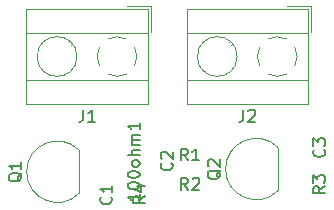
<source format=gbr>
G04 #@! TF.GenerationSoftware,KiCad,Pcbnew,(5.1.5)-3*
G04 #@! TF.CreationDate,2020-12-06T22:53:45+02:00*
G04 #@! TF.ProjectId,Single_transistor_AMP,53696e67-6c65-45f7-9472-616e73697374,V1.0*
G04 #@! TF.SameCoordinates,Original*
G04 #@! TF.FileFunction,Legend,Top*
G04 #@! TF.FilePolarity,Positive*
%FSLAX46Y46*%
G04 Gerber Fmt 4.6, Leading zero omitted, Abs format (unit mm)*
G04 Created by KiCad (PCBNEW (5.1.5)-3) date 2020-12-06 22:53:45*
%MOMM*%
%LPD*%
G04 APERTURE LIST*
%ADD10C,0.120000*%
%ADD11C,0.150000*%
G04 APERTURE END LIST*
D10*
X156397478Y-112245622D02*
G75*
G03X151959000Y-114084100I-1838478J-1838478D01*
G01*
X156397478Y-115922578D02*
G75*
G02X151959000Y-114084100I-1838478J1838478D01*
G01*
X156409000Y-115884100D02*
X156409000Y-112284100D01*
X139557278Y-112474222D02*
G75*
G03X135118800Y-114312700I-1838478J-1838478D01*
G01*
X139557278Y-116151178D02*
G75*
G02X135118800Y-114312700I-1838478J1838478D01*
G01*
X139568800Y-116112700D02*
X139568800Y-112512700D01*
X159177000Y-100259100D02*
X157177000Y-100259100D01*
X159177000Y-102499100D02*
X159177000Y-100259100D01*
X152437000Y-103583100D02*
X152531000Y-103490100D01*
X150187000Y-105834100D02*
X150246000Y-105775100D01*
X152267000Y-103343100D02*
X152326000Y-103285100D01*
X149982000Y-105628100D02*
X150076000Y-105535100D01*
X148657000Y-108619100D02*
X148657000Y-100499100D01*
X158937000Y-108619100D02*
X158937000Y-100499100D01*
X158937000Y-100499100D02*
X148657000Y-100499100D01*
X158937000Y-108619100D02*
X148657000Y-108619100D01*
X158937000Y-106559100D02*
X148657000Y-106559100D01*
X158937000Y-102559100D02*
X148657000Y-102559100D01*
X152937000Y-104559100D02*
G75*
G03X152937000Y-104559100I-1680000J0D01*
G01*
X156307617Y-102878650D02*
G75*
G02X157126000Y-103075100I29383J-1680450D01*
G01*
X157820953Y-103770012D02*
G75*
G02X157821000Y-105348100I-1483953J-789088D01*
G01*
X157126088Y-106043053D02*
G75*
G02X155548000Y-106043100I-789088J1483953D01*
G01*
X154853047Y-105348188D02*
G75*
G02X154853000Y-103770100I1483953J789088D01*
G01*
X155548288Y-103075748D02*
G75*
G02X156337000Y-102879100I788712J-1483352D01*
G01*
X145613400Y-100259100D02*
X143613400Y-100259100D01*
X145613400Y-102499100D02*
X145613400Y-100259100D01*
X138873400Y-103583100D02*
X138967400Y-103490100D01*
X136623400Y-105834100D02*
X136682400Y-105775100D01*
X138703400Y-103343100D02*
X138762400Y-103285100D01*
X136418400Y-105628100D02*
X136512400Y-105535100D01*
X135093400Y-108619100D02*
X135093400Y-100499100D01*
X145373400Y-108619100D02*
X145373400Y-100499100D01*
X145373400Y-100499100D02*
X135093400Y-100499100D01*
X145373400Y-108619100D02*
X135093400Y-108619100D01*
X145373400Y-106559100D02*
X135093400Y-106559100D01*
X145373400Y-102559100D02*
X135093400Y-102559100D01*
X139373400Y-104559100D02*
G75*
G03X139373400Y-104559100I-1680000J0D01*
G01*
X142744017Y-102878650D02*
G75*
G02X143562400Y-103075100I29383J-1680450D01*
G01*
X144257353Y-103770012D02*
G75*
G02X144257400Y-105348100I-1483953J-789088D01*
G01*
X143562488Y-106043053D02*
G75*
G02X141984400Y-106043100I-789088J1483953D01*
G01*
X141289447Y-105348188D02*
G75*
G02X141289400Y-103770100I1483953J789088D01*
G01*
X141984688Y-103075748D02*
G75*
G02X142773400Y-102879100I788712J-1483352D01*
G01*
D11*
X145141880Y-116384366D02*
X144665690Y-116717700D01*
X145141880Y-116955795D02*
X144141880Y-116955795D01*
X144141880Y-116574842D01*
X144189500Y-116479604D01*
X144237119Y-116431985D01*
X144332357Y-116384366D01*
X144475214Y-116384366D01*
X144570452Y-116431985D01*
X144618071Y-116479604D01*
X144665690Y-116574842D01*
X144665690Y-116955795D01*
X144475214Y-115527223D02*
X145141880Y-115527223D01*
X144094261Y-115765319D02*
X144808547Y-116003414D01*
X144808547Y-115384366D01*
X160359680Y-115558866D02*
X159883490Y-115892200D01*
X160359680Y-116130295D02*
X159359680Y-116130295D01*
X159359680Y-115749342D01*
X159407300Y-115654104D01*
X159454919Y-115606485D01*
X159550157Y-115558866D01*
X159693014Y-115558866D01*
X159788252Y-115606485D01*
X159835871Y-115654104D01*
X159883490Y-115749342D01*
X159883490Y-116130295D01*
X159359680Y-115225533D02*
X159359680Y-114606485D01*
X159740633Y-114939819D01*
X159740633Y-114796961D01*
X159788252Y-114701723D01*
X159835871Y-114654104D01*
X159931109Y-114606485D01*
X160169204Y-114606485D01*
X160264442Y-114654104D01*
X160312061Y-114701723D01*
X160359680Y-114796961D01*
X160359680Y-115082676D01*
X160312061Y-115177914D01*
X160264442Y-115225533D01*
X148781333Y-115817580D02*
X148448000Y-115341390D01*
X148209904Y-115817580D02*
X148209904Y-114817580D01*
X148590857Y-114817580D01*
X148686095Y-114865200D01*
X148733714Y-114912819D01*
X148781333Y-115008057D01*
X148781333Y-115150914D01*
X148733714Y-115246152D01*
X148686095Y-115293771D01*
X148590857Y-115341390D01*
X148209904Y-115341390D01*
X149162285Y-114912819D02*
X149209904Y-114865200D01*
X149305142Y-114817580D01*
X149543238Y-114817580D01*
X149638476Y-114865200D01*
X149686095Y-114912819D01*
X149733714Y-115008057D01*
X149733714Y-115103295D01*
X149686095Y-115246152D01*
X149114666Y-115817580D01*
X149733714Y-115817580D01*
X148766233Y-113353780D02*
X148432900Y-112877590D01*
X148194804Y-113353780D02*
X148194804Y-112353780D01*
X148575757Y-112353780D01*
X148670995Y-112401400D01*
X148718614Y-112449019D01*
X148766233Y-112544257D01*
X148766233Y-112687114D01*
X148718614Y-112782352D01*
X148670995Y-112829971D01*
X148575757Y-112877590D01*
X148194804Y-112877590D01*
X149718614Y-113353780D02*
X149147185Y-113353780D01*
X149432900Y-113353780D02*
X149432900Y-112353780D01*
X149337661Y-112496638D01*
X149242423Y-112591876D01*
X149147185Y-112639495D01*
X151546619Y-114179338D02*
X151499000Y-114274576D01*
X151403761Y-114369814D01*
X151260904Y-114512671D01*
X151213285Y-114607909D01*
X151213285Y-114703147D01*
X151451380Y-114655528D02*
X151403761Y-114750766D01*
X151308523Y-114846004D01*
X151118047Y-114893623D01*
X150784714Y-114893623D01*
X150594238Y-114846004D01*
X150499000Y-114750766D01*
X150451380Y-114655528D01*
X150451380Y-114465052D01*
X150499000Y-114369814D01*
X150594238Y-114274576D01*
X150784714Y-114226957D01*
X151118047Y-114226957D01*
X151308523Y-114274576D01*
X151403761Y-114369814D01*
X151451380Y-114465052D01*
X151451380Y-114655528D01*
X150546619Y-113846004D02*
X150499000Y-113798385D01*
X150451380Y-113703147D01*
X150451380Y-113465052D01*
X150499000Y-113369814D01*
X150546619Y-113322195D01*
X150641857Y-113274576D01*
X150737095Y-113274576D01*
X150879952Y-113322195D01*
X151451380Y-113893623D01*
X151451380Y-113274576D01*
X134706419Y-114407938D02*
X134658800Y-114503176D01*
X134563561Y-114598414D01*
X134420704Y-114741271D01*
X134373085Y-114836509D01*
X134373085Y-114931747D01*
X134611180Y-114884128D02*
X134563561Y-114979366D01*
X134468323Y-115074604D01*
X134277847Y-115122223D01*
X133944514Y-115122223D01*
X133754038Y-115074604D01*
X133658800Y-114979366D01*
X133611180Y-114884128D01*
X133611180Y-114693652D01*
X133658800Y-114598414D01*
X133754038Y-114503176D01*
X133944514Y-114455557D01*
X134277847Y-114455557D01*
X134468323Y-114503176D01*
X134563561Y-114598414D01*
X134611180Y-114693652D01*
X134611180Y-114884128D01*
X134611180Y-113503176D02*
X134611180Y-114074604D01*
X134611180Y-113788890D02*
X133611180Y-113788890D01*
X133754038Y-113884128D01*
X133849276Y-113979366D01*
X133896895Y-114074604D01*
X153463666Y-109071480D02*
X153463666Y-109785766D01*
X153416047Y-109928623D01*
X153320809Y-110023861D01*
X153177952Y-110071480D01*
X153082714Y-110071480D01*
X153892238Y-109166719D02*
X153939857Y-109119100D01*
X154035095Y-109071480D01*
X154273190Y-109071480D01*
X154368428Y-109119100D01*
X154416047Y-109166719D01*
X154463666Y-109261957D01*
X154463666Y-109357195D01*
X154416047Y-109500052D01*
X153844619Y-110071480D01*
X154463666Y-110071480D01*
X139900066Y-109071480D02*
X139900066Y-109785766D01*
X139852447Y-109928623D01*
X139757209Y-110023861D01*
X139614352Y-110071480D01*
X139519114Y-110071480D01*
X140900066Y-110071480D02*
X140328638Y-110071480D01*
X140614352Y-110071480D02*
X140614352Y-109071480D01*
X140519114Y-109214338D01*
X140423876Y-109309576D01*
X140328638Y-109357195D01*
X160289842Y-112447366D02*
X160337461Y-112494985D01*
X160385080Y-112637842D01*
X160385080Y-112733080D01*
X160337461Y-112875938D01*
X160242223Y-112971176D01*
X160146985Y-113018795D01*
X159956509Y-113066414D01*
X159813652Y-113066414D01*
X159623176Y-113018795D01*
X159527938Y-112971176D01*
X159432700Y-112875938D01*
X159385080Y-112733080D01*
X159385080Y-112637842D01*
X159432700Y-112494985D01*
X159480319Y-112447366D01*
X159385080Y-112114033D02*
X159385080Y-111494985D01*
X159766033Y-111828319D01*
X159766033Y-111685461D01*
X159813652Y-111590223D01*
X159861271Y-111542604D01*
X159956509Y-111494985D01*
X160194604Y-111494985D01*
X160289842Y-111542604D01*
X160337461Y-111590223D01*
X160385080Y-111685461D01*
X160385080Y-111971176D01*
X160337461Y-112066414D01*
X160289842Y-112114033D01*
X147373942Y-113577666D02*
X147421561Y-113625285D01*
X147469180Y-113768142D01*
X147469180Y-113863380D01*
X147421561Y-114006238D01*
X147326323Y-114101476D01*
X147231085Y-114149095D01*
X147040609Y-114196714D01*
X146897752Y-114196714D01*
X146707276Y-114149095D01*
X146612038Y-114101476D01*
X146516800Y-114006238D01*
X146469180Y-113863380D01*
X146469180Y-113768142D01*
X146516800Y-113625285D01*
X146564419Y-113577666D01*
X146564419Y-113196714D02*
X146516800Y-113149095D01*
X146469180Y-113053857D01*
X146469180Y-112815761D01*
X146516800Y-112720523D01*
X146564419Y-112672904D01*
X146659657Y-112625285D01*
X146754895Y-112625285D01*
X146897752Y-112672904D01*
X147469180Y-113244333D01*
X147469180Y-112625285D01*
X142252642Y-116435166D02*
X142300261Y-116482785D01*
X142347880Y-116625642D01*
X142347880Y-116720880D01*
X142300261Y-116863738D01*
X142205023Y-116958976D01*
X142109785Y-117006595D01*
X141919309Y-117054214D01*
X141776452Y-117054214D01*
X141585976Y-117006595D01*
X141490738Y-116958976D01*
X141395500Y-116863738D01*
X141347880Y-116720880D01*
X141347880Y-116625642D01*
X141395500Y-116482785D01*
X141443119Y-116435166D01*
X142347880Y-115482785D02*
X142347880Y-116054214D01*
X142347880Y-115768500D02*
X141347880Y-115768500D01*
X141490738Y-115863738D01*
X141585976Y-115958976D01*
X141633595Y-116054214D01*
X144675180Y-116163385D02*
X144675180Y-116734814D01*
X144675180Y-116449100D02*
X143675180Y-116449100D01*
X143818038Y-116544338D01*
X143913276Y-116639576D01*
X143960895Y-116734814D01*
X143675180Y-115544338D02*
X143675180Y-115449100D01*
X143722800Y-115353861D01*
X143770419Y-115306242D01*
X143865657Y-115258623D01*
X144056133Y-115211004D01*
X144294228Y-115211004D01*
X144484704Y-115258623D01*
X144579942Y-115306242D01*
X144627561Y-115353861D01*
X144675180Y-115449100D01*
X144675180Y-115544338D01*
X144627561Y-115639576D01*
X144579942Y-115687195D01*
X144484704Y-115734814D01*
X144294228Y-115782433D01*
X144056133Y-115782433D01*
X143865657Y-115734814D01*
X143770419Y-115687195D01*
X143722800Y-115639576D01*
X143675180Y-115544338D01*
X143675180Y-114591957D02*
X143675180Y-114496719D01*
X143722800Y-114401480D01*
X143770419Y-114353861D01*
X143865657Y-114306242D01*
X144056133Y-114258623D01*
X144294228Y-114258623D01*
X144484704Y-114306242D01*
X144579942Y-114353861D01*
X144627561Y-114401480D01*
X144675180Y-114496719D01*
X144675180Y-114591957D01*
X144627561Y-114687195D01*
X144579942Y-114734814D01*
X144484704Y-114782433D01*
X144294228Y-114830052D01*
X144056133Y-114830052D01*
X143865657Y-114782433D01*
X143770419Y-114734814D01*
X143722800Y-114687195D01*
X143675180Y-114591957D01*
X144675180Y-113687195D02*
X144627561Y-113782433D01*
X144579942Y-113830052D01*
X144484704Y-113877671D01*
X144198990Y-113877671D01*
X144103752Y-113830052D01*
X144056133Y-113782433D01*
X144008514Y-113687195D01*
X144008514Y-113544338D01*
X144056133Y-113449100D01*
X144103752Y-113401480D01*
X144198990Y-113353861D01*
X144484704Y-113353861D01*
X144579942Y-113401480D01*
X144627561Y-113449100D01*
X144675180Y-113544338D01*
X144675180Y-113687195D01*
X144675180Y-112925290D02*
X143675180Y-112925290D01*
X144675180Y-112496719D02*
X144151371Y-112496719D01*
X144056133Y-112544338D01*
X144008514Y-112639576D01*
X144008514Y-112782433D01*
X144056133Y-112877671D01*
X144103752Y-112925290D01*
X144675180Y-112020528D02*
X144008514Y-112020528D01*
X144103752Y-112020528D02*
X144056133Y-111972909D01*
X144008514Y-111877671D01*
X144008514Y-111734814D01*
X144056133Y-111639576D01*
X144151371Y-111591957D01*
X144675180Y-111591957D01*
X144151371Y-111591957D02*
X144056133Y-111544338D01*
X144008514Y-111449100D01*
X144008514Y-111306242D01*
X144056133Y-111211004D01*
X144151371Y-111163385D01*
X144675180Y-111163385D01*
X144675180Y-110163385D02*
X144675180Y-110734814D01*
X144675180Y-110449100D02*
X143675180Y-110449100D01*
X143818038Y-110544338D01*
X143913276Y-110639576D01*
X143960895Y-110734814D01*
M02*

</source>
